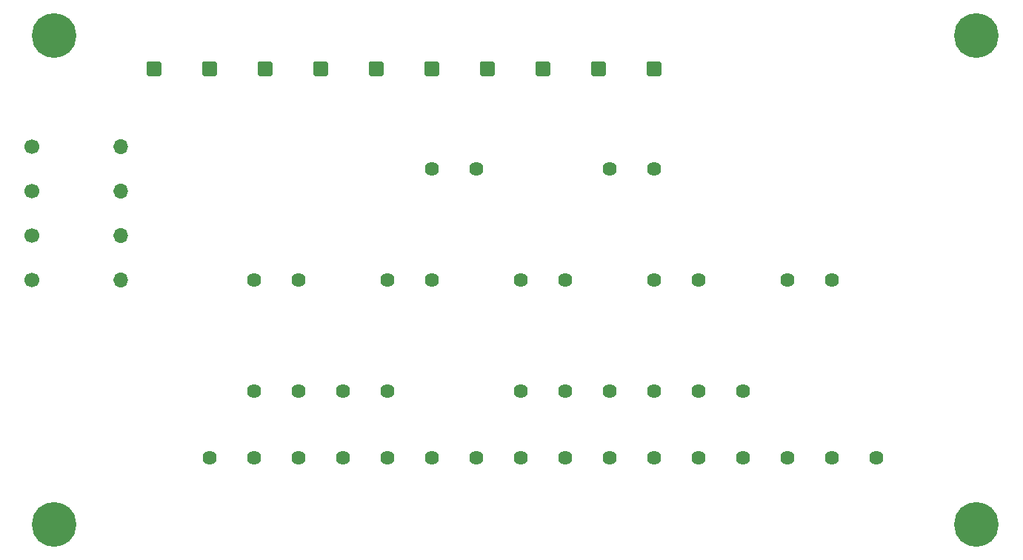
<source format=gbs>
%TF.GenerationSoftware,KiCad,Pcbnew,(5.1.6)-1*%
%TF.CreationDate,2020-08-15T21:43:02-04:00*%
%TF.ProjectId,chords,63686f72-6473-42e6-9b69-6361645f7063,rev?*%
%TF.SameCoordinates,Original*%
%TF.FileFunction,Soldermask,Bot*%
%TF.FilePolarity,Negative*%
%FSLAX46Y46*%
G04 Gerber Fmt 4.6, Leading zero omitted, Abs format (unit mm)*
G04 Created by KiCad (PCBNEW (5.1.6)-1) date 2020-08-15 21:43:02*
%MOMM*%
%LPD*%
G01*
G04 APERTURE LIST*
%ADD10C,5.100000*%
%ADD11C,1.624000*%
%ADD12C,1.700000*%
%ADD13O,1.700000X1.700000*%
G04 APERTURE END LIST*
D10*
%TO.C,REF\u002A\u002A*%
X71120000Y-100330000D03*
%TD*%
%TO.C,REF\u002A\u002A*%
X71120000Y-44450000D03*
%TD*%
%TO.C,REF\u002A\u002A*%
X176530000Y-100330000D03*
%TD*%
%TO.C,REF\u002A\u002A*%
X176530000Y-44450000D03*
%TD*%
D11*
%TO.C,SW20*%
X165100000Y-92710000D03*
X160020000Y-92710000D03*
%TD*%
%TO.C,SW5*%
X129540000Y-72390000D03*
X124460000Y-72390000D03*
%TD*%
%TO.C,GND1*%
G36*
G01*
X81700000Y-48844375D02*
X81700000Y-47675625D01*
G75*
G02*
X81965625Y-47410000I265625J0D01*
G01*
X83134375Y-47410000D01*
G75*
G02*
X83400000Y-47675625I0J-265625D01*
G01*
X83400000Y-48844375D01*
G75*
G02*
X83134375Y-49110000I-265625J0D01*
G01*
X81965625Y-49110000D01*
G75*
G02*
X81700000Y-48844375I0J265625D01*
G01*
G37*
%TD*%
%TO.C,R1*%
G36*
G01*
X119800000Y-48844375D02*
X119800000Y-47675625D01*
G75*
G02*
X120065625Y-47410000I265625J0D01*
G01*
X121234375Y-47410000D01*
G75*
G02*
X121500000Y-47675625I0J-265625D01*
G01*
X121500000Y-48844375D01*
G75*
G02*
X121234375Y-49110000I-265625J0D01*
G01*
X120065625Y-49110000D01*
G75*
G02*
X119800000Y-48844375I0J265625D01*
G01*
G37*
%TD*%
%TO.C,R2*%
G36*
G01*
X126150000Y-48844375D02*
X126150000Y-47675625D01*
G75*
G02*
X126415625Y-47410000I265625J0D01*
G01*
X127584375Y-47410000D01*
G75*
G02*
X127850000Y-47675625I0J-265625D01*
G01*
X127850000Y-48844375D01*
G75*
G02*
X127584375Y-49110000I-265625J0D01*
G01*
X126415625Y-49110000D01*
G75*
G02*
X126150000Y-48844375I0J265625D01*
G01*
G37*
%TD*%
D12*
%TO.C,Rpd3*%
X68580000Y-67310000D03*
D13*
X78740000Y-67310000D03*
%TD*%
D12*
%TO.C,Rpd1*%
X68580000Y-57150000D03*
D13*
X78740000Y-57150000D03*
%TD*%
D12*
%TO.C,Rpd2*%
X68580000Y-62230000D03*
D13*
X78740000Y-62230000D03*
%TD*%
D12*
%TO.C,Rpd4*%
X68580000Y-72390000D03*
D13*
X78740000Y-72390000D03*
%TD*%
D11*
%TO.C,SW1*%
X119380000Y-59690000D03*
X114300000Y-59690000D03*
%TD*%
%TO.C,SW2*%
X139700000Y-59690000D03*
X134620000Y-59690000D03*
%TD*%
%TO.C,SW3*%
X99060000Y-72390000D03*
X93980000Y-72390000D03*
%TD*%
%TO.C,SW8*%
X93980000Y-92710000D03*
X88900000Y-92710000D03*
%TD*%
%TO.C,R3*%
G36*
G01*
X132500000Y-48844375D02*
X132500000Y-47675625D01*
G75*
G02*
X132765625Y-47410000I265625J0D01*
G01*
X133934375Y-47410000D01*
G75*
G02*
X134200000Y-47675625I0J-265625D01*
G01*
X134200000Y-48844375D01*
G75*
G02*
X133934375Y-49110000I-265625J0D01*
G01*
X132765625Y-49110000D01*
G75*
G02*
X132500000Y-48844375I0J265625D01*
G01*
G37*
%TD*%
%TO.C,SW9*%
X99060000Y-85090000D03*
X93980000Y-85090000D03*
%TD*%
%TO.C,SW16*%
X139700000Y-85090000D03*
X134620000Y-85090000D03*
%TD*%
%TO.C,SW17*%
X144780000Y-92710000D03*
X139700000Y-92710000D03*
%TD*%
%TO.C,SW4*%
X114300000Y-72390000D03*
X109220000Y-72390000D03*
%TD*%
%TO.C,SW12*%
X114300000Y-92710000D03*
X109220000Y-92710000D03*
%TD*%
%TO.C,SW15*%
X134620000Y-92710000D03*
X129540000Y-92710000D03*
%TD*%
%TO.C,SW18*%
X149860000Y-85090000D03*
X144780000Y-85090000D03*
%TD*%
%TO.C,SW6*%
X144780000Y-72390000D03*
X139700000Y-72390000D03*
%TD*%
%TO.C,SW11*%
X109220000Y-85090000D03*
X104140000Y-85090000D03*
%TD*%
%TO.C,SW7*%
X160020000Y-72390000D03*
X154940000Y-72390000D03*
%TD*%
%TO.C,SW14*%
X129540000Y-85090000D03*
X124460000Y-85090000D03*
%TD*%
%TO.C,SW19*%
X154940000Y-92710000D03*
X149860000Y-92710000D03*
%TD*%
%TO.C,SW13*%
X124460000Y-92710000D03*
X119380000Y-92710000D03*
%TD*%
%TO.C,SW10*%
X104140000Y-92710000D03*
X99060000Y-92710000D03*
%TD*%
%TO.C,R4*%
G36*
G01*
X138850000Y-48844375D02*
X138850000Y-47675625D01*
G75*
G02*
X139115625Y-47410000I265625J0D01*
G01*
X140284375Y-47410000D01*
G75*
G02*
X140550000Y-47675625I0J-265625D01*
G01*
X140550000Y-48844375D01*
G75*
G02*
X140284375Y-49110000I-265625J0D01*
G01*
X139115625Y-49110000D01*
G75*
G02*
X138850000Y-48844375I0J265625D01*
G01*
G37*
%TD*%
%TO.C,C5*%
G36*
G01*
X113450000Y-48844375D02*
X113450000Y-47675625D01*
G75*
G02*
X113715625Y-47410000I265625J0D01*
G01*
X114884375Y-47410000D01*
G75*
G02*
X115150000Y-47675625I0J-265625D01*
G01*
X115150000Y-48844375D01*
G75*
G02*
X114884375Y-49110000I-265625J0D01*
G01*
X113715625Y-49110000D01*
G75*
G02*
X113450000Y-48844375I0J265625D01*
G01*
G37*
%TD*%
%TO.C,C4*%
G36*
G01*
X107100000Y-48844375D02*
X107100000Y-47675625D01*
G75*
G02*
X107365625Y-47410000I265625J0D01*
G01*
X108534375Y-47410000D01*
G75*
G02*
X108800000Y-47675625I0J-265625D01*
G01*
X108800000Y-48844375D01*
G75*
G02*
X108534375Y-49110000I-265625J0D01*
G01*
X107365625Y-49110000D01*
G75*
G02*
X107100000Y-48844375I0J265625D01*
G01*
G37*
%TD*%
%TO.C,C3*%
G36*
G01*
X100750000Y-48844375D02*
X100750000Y-47675625D01*
G75*
G02*
X101015625Y-47410000I265625J0D01*
G01*
X102184375Y-47410000D01*
G75*
G02*
X102450000Y-47675625I0J-265625D01*
G01*
X102450000Y-48844375D01*
G75*
G02*
X102184375Y-49110000I-265625J0D01*
G01*
X101015625Y-49110000D01*
G75*
G02*
X100750000Y-48844375I0J265625D01*
G01*
G37*
%TD*%
%TO.C,C2*%
G36*
G01*
X94400000Y-48844375D02*
X94400000Y-47675625D01*
G75*
G02*
X94665625Y-47410000I265625J0D01*
G01*
X95834375Y-47410000D01*
G75*
G02*
X96100000Y-47675625I0J-265625D01*
G01*
X96100000Y-48844375D01*
G75*
G02*
X95834375Y-49110000I-265625J0D01*
G01*
X94665625Y-49110000D01*
G75*
G02*
X94400000Y-48844375I0J265625D01*
G01*
G37*
%TD*%
%TO.C,C1*%
G36*
G01*
X88050000Y-48844375D02*
X88050000Y-47675625D01*
G75*
G02*
X88315625Y-47410000I265625J0D01*
G01*
X89484375Y-47410000D01*
G75*
G02*
X89750000Y-47675625I0J-265625D01*
G01*
X89750000Y-48844375D01*
G75*
G02*
X89484375Y-49110000I-265625J0D01*
G01*
X88315625Y-49110000D01*
G75*
G02*
X88050000Y-48844375I0J265625D01*
G01*
G37*
%TD*%
M02*

</source>
